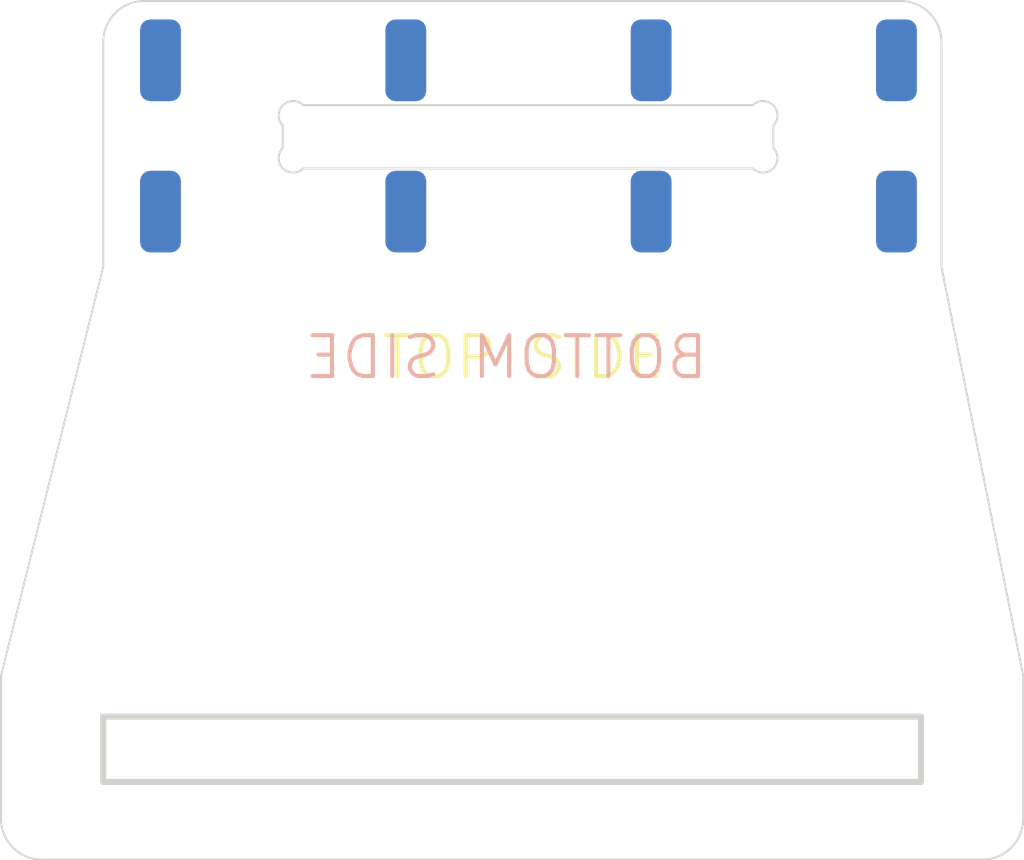
<source format=kicad_pcb>
(kicad_pcb (version 20240108) (generator "pcbnew") (generator_version "8.0")
  (layers (0 "F.Cu" signal) (31 "B.Cu" signal) (34 "B.Paste" user) (35 "F.Paste" user) (36 "B.SilkS" user "B.Silkscreen") (37 "F.SilkS" user "F.Silkscreen") (38 "B.Mask" user) (39 "F.Mask" user) (44 "Edge.Cuts" user))
  (net 0 "")
  (footprint "clipboard:9e19ae6e-790d-4237-b11e-d77c9245031e" (layer "B.Cu") (at 17.4 5.15)
    (property "Reference" "" (at 0 0 0) (layer "B.SilkS") (effects (font (size 1.27 1.27)) (justify mirror)))
    (property "Value" "")
    (pad "3" smd roundrect (at -12 -3.7) (size 1 2) (layers "B.Cu" "B.Paste" "B.Mask"))
    (pad "3" smd roundrect (at -12 0) (size 1 2) (layers "B.Cu" "B.Paste" "B.Mask"))
    (pad "3" smd roundrect (at -6 -3.7) (size 1 2) (layers "B.Cu" "B.Paste" "B.Mask"))
    (pad "3" smd roundrect (at -6 0) (size 1 2) (layers "B.Cu" "B.Paste" "B.Mask"))
    (pad "3" smd roundrect (at 0 -3.7) (size 1 2) (layers "B.Cu" "B.Paste" "B.Mask"))
    (pad "3" smd roundrect (at 0 0) (size 1 2) (layers "B.Cu" "B.Paste" "B.Mask"))
    (pad "3" smd roundrect (at 6 -3.7) (size 1 2) (layers "B.Cu" "B.Paste" "B.Mask"))
    (pad "3" smd roundrect (at 6 0) (size 1 2) (layers "B.Cu" "B.Paste" "B.Mask"))
  )
  (gr_arc (start 19.89 2.545) (mid 20.39 2.545) (end 20.39 3.045) (stroke (width 0.05)) (layer "Edge.Cuts"))
  (gr_arc (start 23.5 0) (mid 24.207107 0.292893) (end 24.5 1) (stroke (width 0.05)) (layer "Edge.Cuts"))
  (gr_line (start 24.5 1) (end 24.5 6.5) (stroke (width 0.05)) (layer "Edge.Cuts"))
  (gr_arc (start 8.39 3.045) (mid 8.39 2.545) (end 8.89 2.545) (stroke (width 0.05)) (layer "Edge.Cuts"))
  (gr_line (start 20.39 3.595) (end 20.39 3.045) (stroke (width 0.05)) (layer "Edge.Cuts"))
  (gr_line (start 26.5 16.5) (end 26.5 20) (stroke (width 0.05)) (layer "Edge.Cuts"))
  (gr_line (start 1.5 16.5) (end 1.5 20) (stroke (width 0.05)) (layer "Edge.Cuts"))
  (gr_arc (start 26.5 20) (mid 26.207107 20.707107) (end 25.5 21) (stroke (width 0.05)) (layer "Edge.Cuts"))
  (gr_arc (start 4 1) (mid 4.292893 0.292893) (end 5 0) (stroke (width 0.05)) (layer "Edge.Cuts"))
  (gr_arc (start 20.39 3.595) (mid 20.39 4.095) (end 19.89 4.095) (stroke (width 0.05)) (layer "Edge.Cuts"))
  (gr_line (start 25.5 21) (end 2.5 21) (stroke (width 0.05)) (layer "Edge.Cuts"))
  (gr_arc (start 2.5 21) (mid 1.792893 20.707107) (end 1.5 20) (stroke (width 0.05)) (layer "Edge.Cuts"))
  (gr_line (start 4 6.5) (end 1.5 16.5) (stroke (width 0.05)) (layer "Edge.Cuts"))
  (gr_line (start 4 1) (end 4 6.5) (stroke (width 0.05)) (layer "Edge.Cuts"))
  (gr_line (start 19.89 4.095) (end 8.89 4.095) (stroke (width 0.05)) (layer "Edge.Cuts"))
  (gr_rect (start 4 17.5) (end 24 19.1) (stroke (width 0.15)) (fill none) (layer "Edge.Cuts"))
  (gr_line (start 5 0) (end 23.5 0) (stroke (width 0.05)) (layer "Edge.Cuts"))
  (gr_arc (start 8.89 4.095) (mid 8.39 4.095) (end 8.39 3.595) (stroke (width 0.05)) (layer "Edge.Cuts"))
  (gr_line (start 8.89 2.545) (end 19.89 2.545) (stroke (width 0.05)) (layer "Edge.Cuts"))
  (gr_line (start 24.5 6.5) (end 26.5 16.5) (stroke (width 0.05)) (layer "Edge.Cuts"))
  (gr_line (start 8.39 3.595) (end 8.39 3.045) (stroke (width 0.05)) (layer "Edge.Cuts"))
  (gr_text "BOTTOM SIDE" (at 18.85 9.3 0) (layer "B.SilkS") (effects (font (size 1 1) (thickness 0.1)) (justify left bottom mirror)))
  (gr_text "TOP SIDE" (at 10.75 9.3 0) (layer "F.SilkS") (effects (font (size 1 1) (thickness 0.1)) (justify left bottom)))
)
</source>
